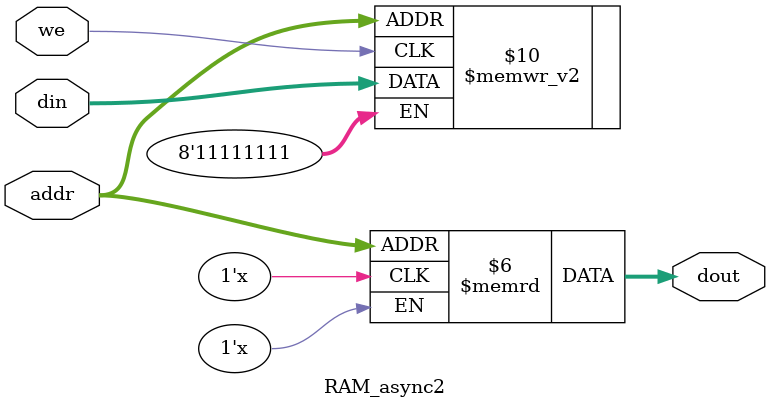
<source format=v>

`ifndef RAM_H
`define RAM_H

/*
RAM_sync - Synchronous RAM module.
RAM_async - Asynchronous RAM module.
RAM_async_tristate - Async RAM module with bidirectional data bus.
Module parameters:
A - number of address bits (default = 10)
D - number of data bits (default = 8)
*/

module RAM_sync(clk, addr, din, dout, we);
  
  parameter A = 10; // # of address bits
  parameter D = 8;  // # of data bits
  
  input  clk;		// clock
  input  [A-1:0] addr;	// address
  input  [D-1:0] din;	// data input
  output [D-1:0] dout;	// data output
  input  we;		// write enable
  
  reg [D-1:0] mem [0:(1<<A)-1]; // (1<<A)xD bit memory
  
  always @(posedge clk) begin
    if (we)		// if write enabled
      mem[addr] <= din;	// write memory from din
    dout <= mem[addr];	// read memory to dout (sync)
  end

endmodule

module RAM_async(clk, addr, din, dout, we);
  
  parameter A = 10; // # of address bits
  parameter D = 8;  // # of data bits
  
  input  clk;		// clock
  input  [A-1:0] addr;	// address
  input  [D-1:0] din;	// data input
  output [D-1:0] dout;	// data output
  input  we;		// write enable
  
  reg [D-1:0] mem [0:(1<<A)-1]; // (1<<A)xD bit memory
  
  always @(posedge clk) begin
    if (we)		// if write enabled
      mem[addr] <= din;	// write memory from din
  end

  assign dout = mem[addr]; // read memory to dout (async)

endmodule

module RAM_async2(we, addr, din, dout);
  
  parameter A = 10; // # of address bits
  parameter D = 8;  // # of data bits
  
  input  [A-1:0] addr;	// address
  input  [D-1:0] din;	// data input
  output [D-1:0] dout;	// data output
  input  we;		// write enable
  
  reg [D-1:0] mem [0:(1<<A)-1]; // (1<<A)xD bit memory
  
  always @(posedge we) begin
      mem[addr] <= din;	// write memory from din
  end

  assign dout = mem[addr]; // read memory to dout (async)

endmodule

`endif
</source>
